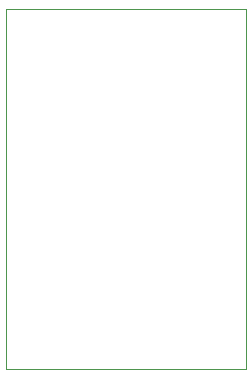
<source format=gm1>
G04 #@! TF.GenerationSoftware,KiCad,Pcbnew,9.0.6*
G04 #@! TF.CreationDate,2026-01-08T12:32:58-06:00*
G04 #@! TF.ProjectId,QFN-20_5x5_P0.65,51464e2d-3230-45f3-9578-355f50302e36,rev?*
G04 #@! TF.SameCoordinates,Original*
G04 #@! TF.FileFunction,Profile,NP*
%FSLAX46Y46*%
G04 Gerber Fmt 4.6, Leading zero omitted, Abs format (unit mm)*
G04 Created by KiCad (PCBNEW 9.0.6) date 2026-01-08 12:32:58*
%MOMM*%
%LPD*%
G01*
G04 APERTURE LIST*
G04 #@! TA.AperFunction,Profile*
%ADD10C,0.050000*%
G04 #@! TD*
G04 APERTURE END LIST*
D10*
X128270000Y-105410000D02*
X148590000Y-105410000D01*
X148590000Y-135890000D01*
X128270000Y-135890000D01*
X128270000Y-105410000D01*
M02*

</source>
